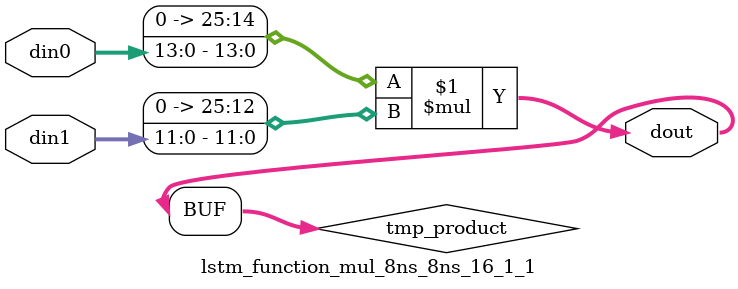
<source format=v>

`timescale 1 ns / 1 ps

 module lstm_function_mul_8ns_8ns_16_1_1(din0, din1, dout);
parameter ID = 1;
parameter NUM_STAGE = 0;
parameter din0_WIDTH = 14;
parameter din1_WIDTH = 12;
parameter dout_WIDTH = 26;

input [din0_WIDTH - 1 : 0] din0; 
input [din1_WIDTH - 1 : 0] din1; 
output [dout_WIDTH - 1 : 0] dout;

wire signed [dout_WIDTH - 1 : 0] tmp_product;
























assign tmp_product = $signed({1'b0, din0}) * $signed({1'b0, din1});











assign dout = tmp_product;





















endmodule

</source>
